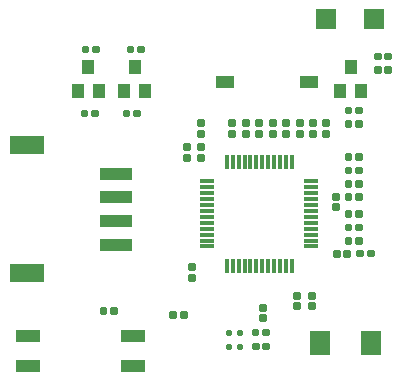
<source format=gbr>
G04 EAGLE Gerber RS-274X export*
G75*
%MOMM*%
%FSLAX34Y34*%
%LPD*%
%INSolderpaste Top*%
%IPPOS*%
%AMOC8*
5,1,8,0,0,1.08239X$1,22.5*%
G01*
%ADD10C,0.317500*%
%ADD11C,0.290000*%
%ADD12R,2.740000X1.010000*%
%ADD13R,3.000000X1.500000*%
%ADD14R,1.016000X1.143000*%
%ADD15R,1.300000X0.300000*%
%ADD16R,0.300000X1.300000*%
%ADD17R,2.032000X1.016000*%
%ADD18R,1.524000X1.016000*%
%ADD19R,1.800000X1.770000*%
%ADD20R,1.778000X2.032000*%


D10*
X79439Y-41593D02*
X76263Y-41593D01*
X76263Y-38417D01*
X79439Y-38417D01*
X79439Y-41593D01*
X79439Y-38577D02*
X76263Y-38577D01*
X85153Y-41593D02*
X88329Y-41593D01*
X85153Y-41593D02*
X85153Y-38417D01*
X88329Y-38417D01*
X88329Y-41593D01*
X88329Y-38577D02*
X85153Y-38577D01*
X78931Y-2350D02*
X78931Y826D01*
X78931Y-2350D02*
X75755Y-2350D01*
X75755Y826D01*
X78931Y826D01*
X78931Y666D02*
X75755Y666D01*
X78931Y6540D02*
X78931Y9716D01*
X78931Y6540D02*
X75755Y6540D01*
X75755Y9716D01*
X78931Y9716D01*
X78931Y9556D02*
X75755Y9556D01*
X-38799Y68897D02*
X-38799Y72073D01*
X-35623Y72073D01*
X-35623Y68897D01*
X-38799Y68897D01*
X-38799Y71913D02*
X-35623Y71913D01*
X-38799Y63183D02*
X-38799Y60007D01*
X-38799Y63183D02*
X-35623Y63183D01*
X-35623Y60007D01*
X-38799Y60007D01*
X-38799Y63023D02*
X-35623Y63023D01*
X58357Y-82867D02*
X58357Y-86043D01*
X55181Y-86043D01*
X55181Y-82867D01*
X58357Y-82867D01*
X58357Y-83027D02*
X55181Y-83027D01*
X58357Y-77153D02*
X58357Y-73977D01*
X58357Y-77153D02*
X55181Y-77153D01*
X55181Y-73977D01*
X58357Y-73977D01*
X58357Y-74137D02*
X55181Y-74137D01*
X45657Y-82867D02*
X45657Y-86043D01*
X42481Y-86043D01*
X42481Y-82867D01*
X45657Y-82867D01*
X45657Y-83027D02*
X42481Y-83027D01*
X45657Y-77153D02*
X45657Y-73977D01*
X45657Y-77153D02*
X42481Y-77153D01*
X42481Y-73977D01*
X45657Y-73977D01*
X45657Y-74137D02*
X42481Y-74137D01*
X-43243Y-61913D02*
X-43243Y-58737D01*
X-43243Y-61913D02*
X-46419Y-61913D01*
X-46419Y-58737D01*
X-43243Y-58737D01*
X-43243Y-58897D02*
X-46419Y-58897D01*
X-43243Y-53023D02*
X-43243Y-49847D01*
X-43243Y-53023D02*
X-46419Y-53023D01*
X-46419Y-49847D01*
X-43243Y-49847D01*
X-43243Y-50007D02*
X-46419Y-50007D01*
X105092Y-38290D02*
X108268Y-38290D01*
X108268Y-41466D01*
X105092Y-41466D01*
X105092Y-38290D01*
X105092Y-38450D02*
X108268Y-38450D01*
X99378Y-38290D02*
X96202Y-38290D01*
X99378Y-38290D02*
X99378Y-41466D01*
X96202Y-41466D01*
X96202Y-38290D01*
X96202Y-38450D02*
X99378Y-38450D01*
X98362Y-4762D02*
X95186Y-4762D01*
X98362Y-4762D02*
X98362Y-7938D01*
X95186Y-7938D01*
X95186Y-4762D01*
X95186Y-4922D02*
X98362Y-4922D01*
X89472Y-4762D02*
X86296Y-4762D01*
X89472Y-4762D02*
X89472Y-7938D01*
X86296Y-7938D01*
X86296Y-4762D01*
X86296Y-4922D02*
X89472Y-4922D01*
X119951Y117158D02*
X123127Y117158D01*
X123127Y113982D01*
X119951Y113982D01*
X119951Y117158D01*
X119951Y116998D02*
X123127Y116998D01*
X114237Y117158D02*
X111061Y117158D01*
X114237Y117158D02*
X114237Y113982D01*
X111061Y113982D01*
X111061Y117158D01*
X111061Y116998D02*
X114237Y116998D01*
X119951Y128588D02*
X123127Y128588D01*
X123127Y125412D01*
X119951Y125412D01*
X119951Y128588D01*
X119951Y128428D02*
X123127Y128428D01*
X114237Y128588D02*
X111061Y128588D01*
X114237Y128588D02*
X114237Y125412D01*
X111061Y125412D01*
X111061Y128588D01*
X111061Y128428D02*
X114237Y128428D01*
X89472Y68262D02*
X86296Y68262D01*
X86296Y71438D01*
X89472Y71438D01*
X89472Y68262D01*
X89472Y71278D02*
X86296Y71278D01*
X95186Y68262D02*
X98362Y68262D01*
X95186Y68262D02*
X95186Y71438D01*
X98362Y71438D01*
X98362Y68262D01*
X98362Y71278D02*
X95186Y71278D01*
X89472Y79692D02*
X86296Y79692D01*
X86296Y82868D01*
X89472Y82868D01*
X89472Y79692D01*
X89472Y82708D02*
X86296Y82708D01*
X95186Y79692D02*
X98362Y79692D01*
X95186Y79692D02*
X95186Y82868D01*
X98362Y82868D01*
X98362Y79692D01*
X98362Y82708D02*
X95186Y82708D01*
D11*
X-5919Y-117041D02*
X-5919Y-119941D01*
X-5919Y-117041D02*
X-3019Y-117041D01*
X-3019Y-119941D01*
X-5919Y-119941D01*
X-5919Y-117186D02*
X-3019Y-117186D01*
X-15269Y-117041D02*
X-15269Y-119941D01*
X-15269Y-117041D02*
X-12369Y-117041D01*
X-12369Y-119941D01*
X-15269Y-119941D01*
X-15269Y-117186D02*
X-12369Y-117186D01*
X-6046Y-108130D02*
X-6046Y-105230D01*
X-3146Y-105230D01*
X-3146Y-108130D01*
X-6046Y-108130D01*
X-6046Y-105375D02*
X-3146Y-105375D01*
X-15396Y-105230D02*
X-15396Y-108130D01*
X-15396Y-105230D02*
X-12496Y-105230D01*
X-12496Y-108130D01*
X-15396Y-108130D01*
X-15396Y-105375D02*
X-12496Y-105375D01*
D12*
X-109109Y-32286D03*
X-109109Y-12286D03*
X-109109Y7714D03*
X-109109Y27714D03*
D13*
X-184109Y-56286D03*
X-184109Y51714D03*
D14*
X-132461Y118110D03*
X-123571Y97790D03*
X-141351Y97790D03*
X-93091Y118110D03*
X-84201Y97790D03*
X-101981Y97790D03*
D10*
X-124396Y134557D02*
X-127572Y134557D01*
X-124396Y134557D02*
X-124396Y131381D01*
X-127572Y131381D01*
X-127572Y134557D01*
X-127572Y134397D02*
X-124396Y134397D01*
X-133286Y134557D02*
X-136462Y134557D01*
X-133286Y134557D02*
X-133286Y131381D01*
X-136462Y131381D01*
X-136462Y134557D01*
X-136462Y134397D02*
X-133286Y134397D01*
X7683Y-120079D02*
X10859Y-120079D01*
X7683Y-120079D02*
X7683Y-116903D01*
X10859Y-116903D01*
X10859Y-120079D01*
X10859Y-117063D02*
X7683Y-117063D01*
X16573Y-120079D02*
X19749Y-120079D01*
X16573Y-120079D02*
X16573Y-116903D01*
X19749Y-116903D01*
X19749Y-120079D01*
X19749Y-117063D02*
X16573Y-117063D01*
X95186Y-27622D02*
X98362Y-27622D01*
X98362Y-30798D01*
X95186Y-30798D01*
X95186Y-27622D01*
X95186Y-27782D02*
X98362Y-27782D01*
X89472Y-27622D02*
X86296Y-27622D01*
X89472Y-27622D02*
X89472Y-30798D01*
X86296Y-30798D01*
X86296Y-27622D01*
X86296Y-27782D02*
X89472Y-27782D01*
X-12129Y68897D02*
X-12129Y72073D01*
X-8953Y72073D01*
X-8953Y68897D01*
X-12129Y68897D01*
X-12129Y71913D02*
X-8953Y71913D01*
X-12129Y63183D02*
X-12129Y60007D01*
X-12129Y63183D02*
X-8953Y63183D01*
X-8953Y60007D01*
X-12129Y60007D01*
X-12129Y63023D02*
X-8953Y63023D01*
X7556Y-108268D02*
X10732Y-108268D01*
X7556Y-108268D02*
X7556Y-105092D01*
X10732Y-105092D01*
X10732Y-108268D01*
X10732Y-105252D02*
X7556Y-105252D01*
X16446Y-108268D02*
X19622Y-108268D01*
X16446Y-108268D02*
X16446Y-105092D01*
X19622Y-105092D01*
X19622Y-108268D01*
X19622Y-105252D02*
X16446Y-105252D01*
X-134048Y77152D02*
X-137224Y77152D01*
X-137224Y80328D01*
X-134048Y80328D01*
X-134048Y77152D01*
X-134048Y80168D02*
X-137224Y80168D01*
X-128334Y77152D02*
X-125158Y77152D01*
X-128334Y77152D02*
X-128334Y80328D01*
X-125158Y80328D01*
X-125158Y77152D01*
X-125158Y80168D02*
X-128334Y80168D01*
X-89345Y134430D02*
X-86169Y134430D01*
X-86169Y131254D01*
X-89345Y131254D01*
X-89345Y134430D01*
X-89345Y134270D02*
X-86169Y134270D01*
X-95059Y134430D02*
X-98235Y134430D01*
X-95059Y134430D02*
X-95059Y131254D01*
X-98235Y131254D01*
X-98235Y134430D01*
X-98235Y134270D02*
X-95059Y134270D01*
X86296Y6540D02*
X89472Y6540D01*
X86296Y6540D02*
X86296Y9716D01*
X89472Y9716D01*
X89472Y6540D01*
X89472Y9556D02*
X86296Y9556D01*
X95186Y6540D02*
X98362Y6540D01*
X95186Y6540D02*
X95186Y9716D01*
X98362Y9716D01*
X98362Y6540D01*
X98362Y9556D02*
X95186Y9556D01*
X-89598Y80328D02*
X-92774Y80328D01*
X-89598Y80328D02*
X-89598Y77152D01*
X-92774Y77152D01*
X-92774Y80328D01*
X-92774Y80168D02*
X-89598Y80168D01*
X-98488Y80328D02*
X-101664Y80328D01*
X-98488Y80328D02*
X-98488Y77152D01*
X-101664Y77152D01*
X-101664Y80328D01*
X-101664Y80168D02*
X-98488Y80168D01*
X16955Y-93027D02*
X16955Y-96203D01*
X13779Y-96203D01*
X13779Y-93027D01*
X16955Y-93027D01*
X16955Y-93187D02*
X13779Y-93187D01*
X16955Y-87313D02*
X16955Y-84137D01*
X16955Y-87313D02*
X13779Y-87313D01*
X13779Y-84137D01*
X16955Y-84137D01*
X16955Y-84297D02*
X13779Y-84297D01*
D15*
X56319Y-33850D03*
X56319Y-28850D03*
X56319Y-23850D03*
X56319Y-18850D03*
X56319Y-13850D03*
X56319Y-8850D03*
X56319Y-3850D03*
X56319Y1150D03*
X56319Y6150D03*
X56319Y11150D03*
X56319Y16150D03*
X56319Y21150D03*
D16*
X39819Y37650D03*
X34819Y37650D03*
X29819Y37650D03*
X24819Y37650D03*
X19819Y37650D03*
X14819Y37650D03*
X9819Y37650D03*
X4819Y37650D03*
X-181Y37650D03*
X-5181Y37650D03*
X-10181Y37650D03*
X-15181Y37650D03*
D15*
X-31681Y21150D03*
X-31681Y16150D03*
X-31681Y11150D03*
X-31681Y6150D03*
X-31681Y1150D03*
X-31681Y-3850D03*
X-31681Y-8850D03*
X-31681Y-13850D03*
X-31681Y-18850D03*
X-31681Y-23850D03*
X-31681Y-28850D03*
X-31681Y-33850D03*
D16*
X-15181Y-50350D03*
X-10181Y-50350D03*
X-5181Y-50350D03*
X-181Y-50350D03*
X4819Y-50350D03*
X9819Y-50350D03*
X14819Y-50350D03*
X19819Y-50350D03*
X24819Y-50350D03*
X29819Y-50350D03*
X34819Y-50350D03*
X39819Y-50350D03*
D14*
X89789Y118110D03*
X98679Y97790D03*
X80899Y97790D03*
D10*
X2477Y63183D02*
X2477Y60007D01*
X-699Y60007D01*
X-699Y63183D01*
X2477Y63183D01*
X2477Y63023D02*
X-699Y63023D01*
X2477Y68897D02*
X2477Y72073D01*
X2477Y68897D02*
X-699Y68897D01*
X-699Y72073D01*
X2477Y72073D01*
X2477Y71913D02*
X-699Y71913D01*
X95186Y20638D02*
X98362Y20638D01*
X98362Y17462D01*
X95186Y17462D01*
X95186Y20638D01*
X95186Y20478D02*
X98362Y20478D01*
X89472Y20638D02*
X86296Y20638D01*
X89472Y20638D02*
X89472Y17462D01*
X86296Y17462D01*
X86296Y20638D01*
X86296Y20478D02*
X89472Y20478D01*
X95186Y32068D02*
X98362Y32068D01*
X98362Y28892D01*
X95186Y28892D01*
X95186Y32068D01*
X95186Y31908D02*
X98362Y31908D01*
X89472Y32068D02*
X86296Y32068D01*
X89472Y32068D02*
X89472Y28892D01*
X86296Y28892D01*
X86296Y32068D01*
X86296Y31908D02*
X89472Y31908D01*
X95186Y43498D02*
X98362Y43498D01*
X98362Y40322D01*
X95186Y40322D01*
X95186Y43498D01*
X95186Y43338D02*
X98362Y43338D01*
X89472Y43498D02*
X86296Y43498D01*
X89472Y43498D02*
X89472Y40322D01*
X86296Y40322D01*
X86296Y43498D01*
X86296Y43338D02*
X89472Y43338D01*
X67246Y68897D02*
X67246Y72073D01*
X70422Y72073D01*
X70422Y68897D01*
X67246Y68897D01*
X67246Y71913D02*
X70422Y71913D01*
X67246Y63183D02*
X67246Y60007D01*
X67246Y63183D02*
X70422Y63183D01*
X70422Y60007D01*
X67246Y60007D01*
X67246Y63023D02*
X70422Y63023D01*
X56324Y68897D02*
X56324Y72073D01*
X59500Y72073D01*
X59500Y68897D01*
X56324Y68897D01*
X56324Y71913D02*
X59500Y71913D01*
X56324Y63183D02*
X56324Y60007D01*
X56324Y63183D02*
X59500Y63183D01*
X59500Y60007D01*
X56324Y60007D01*
X56324Y63023D02*
X59500Y63023D01*
X45021Y68897D02*
X45021Y72073D01*
X48197Y72073D01*
X48197Y68897D01*
X45021Y68897D01*
X45021Y71913D02*
X48197Y71913D01*
X45021Y63183D02*
X45021Y60007D01*
X45021Y63183D02*
X48197Y63183D01*
X48197Y60007D01*
X45021Y60007D01*
X45021Y63023D02*
X48197Y63023D01*
X33591Y68897D02*
X33591Y72073D01*
X36767Y72073D01*
X36767Y68897D01*
X33591Y68897D01*
X33591Y71913D02*
X36767Y71913D01*
X33591Y63183D02*
X33591Y60007D01*
X33591Y63183D02*
X36767Y63183D01*
X36767Y60007D01*
X33591Y60007D01*
X33591Y63023D02*
X36767Y63023D01*
X13907Y63183D02*
X13907Y60007D01*
X10731Y60007D01*
X10731Y63183D01*
X13907Y63183D01*
X13907Y63023D02*
X10731Y63023D01*
X13907Y68897D02*
X13907Y72073D01*
X13907Y68897D02*
X10731Y68897D01*
X10731Y72073D01*
X13907Y72073D01*
X13907Y71913D02*
X10731Y71913D01*
X25337Y63183D02*
X25337Y60007D01*
X22161Y60007D01*
X22161Y63183D01*
X25337Y63183D01*
X25337Y63023D02*
X22161Y63023D01*
X25337Y68897D02*
X25337Y72073D01*
X25337Y68897D02*
X22161Y68897D01*
X22161Y72073D01*
X25337Y72073D01*
X25337Y71913D02*
X22161Y71913D01*
D17*
X-94488Y-135001D03*
X-94488Y-109601D03*
X-183388Y-109601D03*
X-183388Y-135001D03*
D10*
X-112332Y-87185D02*
X-109156Y-87185D01*
X-109156Y-90361D01*
X-112332Y-90361D01*
X-112332Y-87185D01*
X-112332Y-87345D02*
X-109156Y-87345D01*
X-118046Y-87185D02*
X-121222Y-87185D01*
X-118046Y-87185D02*
X-118046Y-90361D01*
X-121222Y-90361D01*
X-121222Y-87185D01*
X-121222Y-87345D02*
X-118046Y-87345D01*
X-62167Y-93282D02*
X-58991Y-93282D01*
X-62167Y-93282D02*
X-62167Y-90106D01*
X-58991Y-90106D01*
X-58991Y-93282D01*
X-58991Y-90266D02*
X-62167Y-90266D01*
X-53277Y-93282D02*
X-50101Y-93282D01*
X-53277Y-93282D02*
X-53277Y-90106D01*
X-50101Y-90106D01*
X-50101Y-93282D01*
X-50101Y-90266D02*
X-53277Y-90266D01*
D18*
X-16891Y105410D03*
X54229Y105410D03*
D10*
X95186Y-16192D02*
X98362Y-16192D01*
X98362Y-19368D01*
X95186Y-19368D01*
X95186Y-16192D01*
X95186Y-16352D02*
X98362Y-16352D01*
X89472Y-16192D02*
X86296Y-16192D01*
X89472Y-16192D02*
X89472Y-19368D01*
X86296Y-19368D01*
X86296Y-16192D01*
X86296Y-16352D02*
X89472Y-16352D01*
D19*
X109320Y158750D03*
X68480Y158750D03*
D10*
X-47053Y42863D02*
X-47053Y39687D01*
X-50229Y39687D01*
X-50229Y42863D01*
X-47053Y42863D01*
X-47053Y42703D02*
X-50229Y42703D01*
X-47053Y48577D02*
X-47053Y51753D01*
X-47053Y48577D02*
X-50229Y48577D01*
X-50229Y51753D01*
X-47053Y51753D01*
X-47053Y51593D02*
X-50229Y51593D01*
X-35623Y42863D02*
X-35623Y39687D01*
X-38799Y39687D01*
X-38799Y42863D01*
X-35623Y42863D01*
X-35623Y42703D02*
X-38799Y42703D01*
X-35623Y48577D02*
X-35623Y51753D01*
X-35623Y48577D02*
X-38799Y48577D01*
X-38799Y51753D01*
X-35623Y51753D01*
X-35623Y51593D02*
X-38799Y51593D01*
D20*
X106680Y-115570D03*
X63500Y-115570D03*
M02*

</source>
